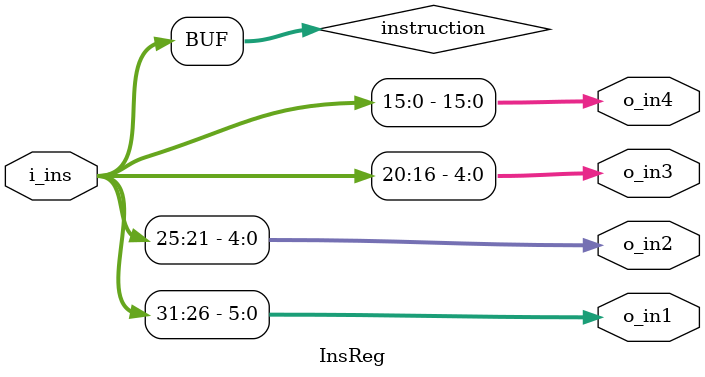
<source format=v>
`timescale 1ns / 1ps


module RegFile (clk,rst,i_read_1,i_read_2, i_write, i_data, i_RegWrite, o_data_1, o_data_2, i_reg_addr, o_reg_data);
  input clk,rst;
  input [4:0] i_read_1, i_read_2, i_write, i_reg_addr;
  input [31:0] i_data;
  input i_RegWrite;
  output [31:0] o_data_1, o_data_2;
  output [31:0]     o_reg_data;
  reg [31:0] register [0:31];
  integer i; 
 
  
 
 assign  o_data_1 = register[i_read_1];
 assign  o_data_2 = register[i_read_2];
 assign o_reg_data = register[i_reg_addr];
  always @(posedge clk) 
  if (rst) begin
   for ( i = 0 ; i < 32 ;i= i + 1)
    register[i] = 0;
  end
  else  begin
    if ((i_write != 0) && (i_RegWrite == 1)) begin
      register[i_write] = i_data;
    end
  end
endmodule

module InsReg (i_ins,o_in1,o_in2,o_in3,o_in4);
input  [31:0] i_ins;
output [5:0]  o_in1;
output [4:0]  o_in2,o_in3;
output [15:0] o_in4;
reg [31:0]instruction;
always@(i_ins)
instruction = i_ins;
 
assign o_in1 = instruction[31:26];
assign o_in2 = instruction[25:21];
assign o_in3 = instruction[20:16];
assign o_in4 = instruction[15:0];
endmodule











</source>
